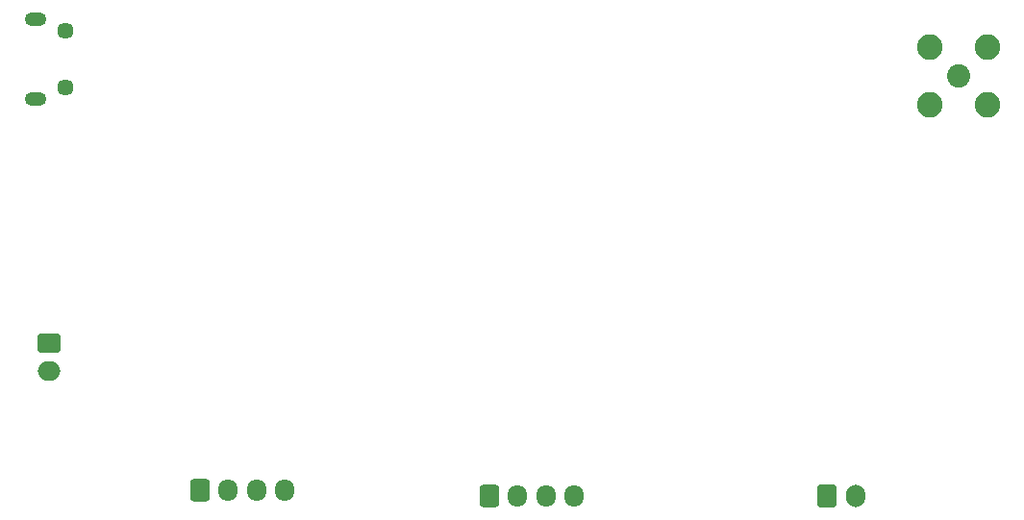
<source format=gbr>
%TF.GenerationSoftware,KiCad,Pcbnew,(6.0.5)*%
%TF.CreationDate,2022-06-07T20:50:39+02:00*%
%TF.ProjectId,ESP32-LoRA-ADIO,45535033-322d-44c6-9f52-412d4144494f,rev?*%
%TF.SameCoordinates,Original*%
%TF.FileFunction,Soldermask,Bot*%
%TF.FilePolarity,Negative*%
%FSLAX46Y46*%
G04 Gerber Fmt 4.6, Leading zero omitted, Abs format (unit mm)*
G04 Created by KiCad (PCBNEW (6.0.5)) date 2022-06-07 20:50:39*
%MOMM*%
%LPD*%
G01*
G04 APERTURE LIST*
G04 Aperture macros list*
%AMRoundRect*
0 Rectangle with rounded corners*
0 $1 Rounding radius*
0 $2 $3 $4 $5 $6 $7 $8 $9 X,Y pos of 4 corners*
0 Add a 4 corners polygon primitive as box body*
4,1,4,$2,$3,$4,$5,$6,$7,$8,$9,$2,$3,0*
0 Add four circle primitives for the rounded corners*
1,1,$1+$1,$2,$3*
1,1,$1+$1,$4,$5*
1,1,$1+$1,$6,$7*
1,1,$1+$1,$8,$9*
0 Add four rect primitives between the rounded corners*
20,1,$1+$1,$2,$3,$4,$5,0*
20,1,$1+$1,$4,$5,$6,$7,0*
20,1,$1+$1,$6,$7,$8,$9,0*
20,1,$1+$1,$8,$9,$2,$3,0*%
G04 Aperture macros list end*
%ADD10O,1.700000X1.950000*%
%ADD11RoundRect,0.250000X-0.600000X-0.725000X0.600000X-0.725000X0.600000X0.725000X-0.600000X0.725000X0*%
%ADD12O,1.900000X1.200000*%
%ADD13C,1.450000*%
%ADD14C,2.250000*%
%ADD15C,2.050000*%
%ADD16O,2.000000X1.700000*%
%ADD17RoundRect,0.250000X-0.750000X0.600000X-0.750000X-0.600000X0.750000X-0.600000X0.750000X0.600000X0*%
%ADD18O,1.700000X2.000000*%
%ADD19RoundRect,0.250000X-0.600000X-0.750000X0.600000X-0.750000X0.600000X0.750000X-0.600000X0.750000X0*%
G04 APERTURE END LIST*
D10*
%TO.C,J5*%
X140750000Y-80975000D03*
X138250000Y-80975000D03*
X135750000Y-80975000D03*
D11*
X133250000Y-80975000D03*
%TD*%
D10*
%TO.C,J3*%
X166250000Y-81475000D03*
X163750000Y-81475000D03*
X161250000Y-81475000D03*
D11*
X158750000Y-81475000D03*
%TD*%
D12*
%TO.C,J1*%
X118762500Y-46500000D03*
D13*
X121462500Y-40500000D03*
D12*
X118762500Y-39500000D03*
D13*
X121462500Y-45500000D03*
%TD*%
D14*
%TO.C,J6*%
X202580000Y-41920000D03*
X197500000Y-47000000D03*
X197500000Y-41920000D03*
X202580000Y-47000000D03*
D15*
X200040000Y-44460000D03*
%TD*%
D16*
%TO.C,J2*%
X120000000Y-70500000D03*
D17*
X120000000Y-68000000D03*
%TD*%
D18*
%TO.C,J4*%
X191000000Y-81500000D03*
D19*
X188500000Y-81500000D03*
%TD*%
M02*

</source>
